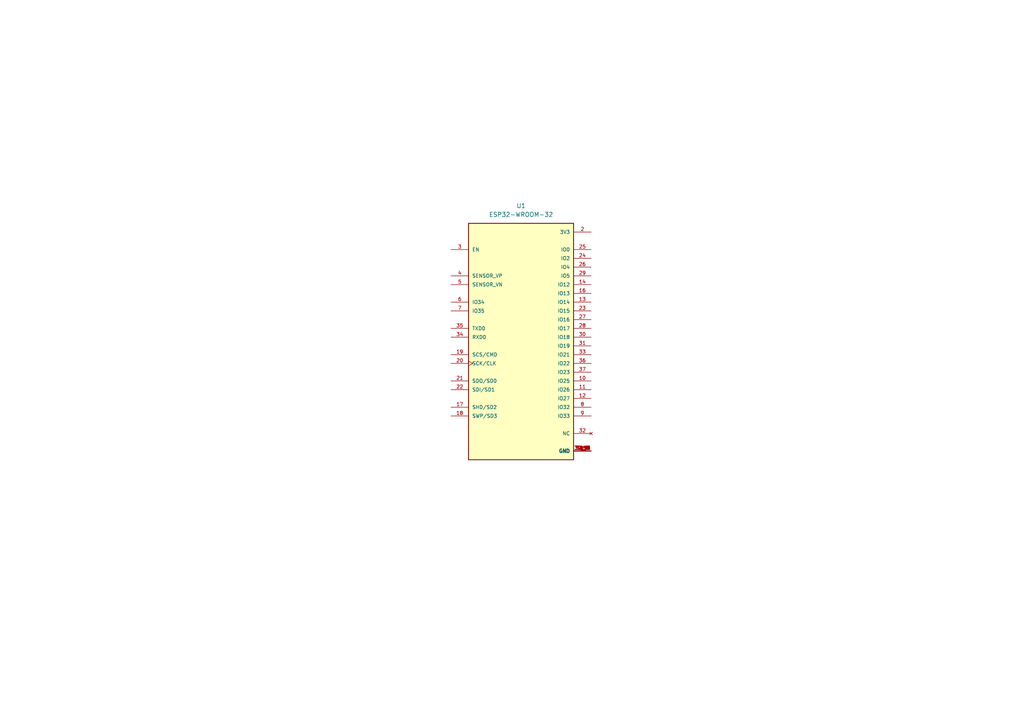
<source format=kicad_sch>
(kicad_sch (version 20230121) (generator eeschema)
  (paper "A4")
  (lib_symbols
    (symbol "ESP32-WROOM-32:ESP32-WROOM-32" (pin_names (offset 1.016))
      (property "Reference" "U" (at -15.0359 36.6745 0))
      (property "Value" "ESP32-WROOM-32" (at -15.2867 -35.6681 0))
      (symbol "ESP32-WROOM-32_0_0"
        (rectangle (start -15.24 -33.02) (end 15.24 35.56) (stroke (width 0.254)) (fill (type background)))
        (pin power_in line (at 20.32 -30.48 180) (length 5.08) (name "GND") (number "1"))
        (pin bidirectional line (at 20.32 -10.16 180) (length 5.08) (name "IO25") (number "10"))
        (pin bidirectional line (at 20.32 -12.7 180) (length 5.08) (name "IO26") (number "11"))
        (pin bidirectional line (at 20.32 -15.24 180) (length 5.08) (name "IO27") (number "12"))
        (pin bidirectional line (at 20.32 12.7 180) (length 5.08) (name "IO14") (number "13"))
        (pin bidirectional line (at 20.32 17.78 180) (length 5.08) (name "IO12") (number "14"))
        (pin power_in line (at 20.32 -30.48 180) (length 5.08) (name "GND") (number "15"))
        (pin bidirectional line (at 20.32 15.24 180) (length 5.08) (name "IO13") (number "16"))
        (pin bidirectional line (at -20.32 -17.78 0) (length 5.08) (name "SHD/SD2") (number "17"))
        (pin bidirectional line (at -20.32 -20.32 0) (length 5.08) (name "SWP/SD3") (number "18"))
        (pin bidirectional line (at -20.32 -2.54 0) (length 5.08) (name "SCS/CMD") (number "19"))
        (pin power_in line (at 20.32 33.02 180) (length 5.08) (name "3V3") (number "2"))
        (pin bidirectional clock (at -20.32 -5.08 0) (length 5.08) (name "SCK/CLK") (number "20"))
        (pin bidirectional line (at -20.32 -10.16 0) (length 5.08) (name "SDO/SD0") (number "21"))
        (pin bidirectional line (at -20.32 -12.7 0) (length 5.08) (name "SDI/SD1") (number "22"))
        (pin bidirectional line (at 20.32 10.16 180) (length 5.08) (name "IO15") (number "23"))
        (pin bidirectional line (at 20.32 25.4 180) (length 5.08) (name "IO2") (number "24"))
        (pin bidirectional line (at 20.32 27.94 180) (length 5.08) (name "IO0") (number "25"))
        (pin bidirectional line (at 20.32 22.86 180) (length 5.08) (name "IO4") (number "26"))
        (pin bidirectional line (at 20.32 7.62 180) (length 5.08) (name "IO16") (number "27"))
        (pin bidirectional line (at 20.32 5.08 180) (length 5.08) (name "IO17") (number "28"))
        (pin bidirectional line (at 20.32 20.32 180) (length 5.08) (name "IO5") (number "29"))
        (pin input line (at -20.32 27.94 0) (length 5.08) (name "EN") (number "3"))
        (pin bidirectional line (at 20.32 2.54 180) (length 5.08) (name "IO18") (number "30"))
        (pin bidirectional line (at 20.32 0 180) (length 5.08) (name "IO19") (number "31"))
        (pin no_connect line (at 20.32 -25.4 180) (length 5.08) (name "NC") (number "32"))
        (pin bidirectional line (at 20.32 -2.54 180) (length 5.08) (name "IO21") (number "33"))
        (pin bidirectional line (at -20.32 2.54 0) (length 5.08) (name "RXD0") (number "34"))
        (pin bidirectional line (at -20.32 5.08 0) (length 5.08) (name "TXD0") (number "35"))
        (pin bidirectional line (at 20.32 -5.08 180) (length 5.08) (name "IO22") (number "36"))
        (pin bidirectional line (at 20.32 -7.62 180) (length 5.08) (name "IO23") (number "37"))
        (pin power_in line (at 20.32 -30.48 180) (length 5.08) (name "GND") (number "38"))
        (pin power_in line (at 20.32 -30.48 180) (length 5.08) (name "GND") (number "39_1"))
        (pin power_in line (at 20.32 -30.48 180) (length 5.08) (name "GND") (number "39_10"))
        (pin power_in line (at 20.32 -30.48 180) (length 5.08) (name "GND") (number "39_11"))
        (pin power_in line (at 20.32 -30.48 180) (length 5.08) (name "GND") (number "39_12"))
        (pin power_in line (at 20.32 -30.48 180) (length 5.08) (name "GND") (number "39_13"))
        (pin power_in line (at 20.32 -30.48 180) (length 5.08) (name "GND") (number "39_14"))
        (pin power_in line (at 20.32 -30.48 180) (length 5.08) (name "GND") (number "39_15"))
        (pin power_in line (at 20.32 -30.48 180) (length 5.08) (name "GND") (number "39_16"))
        (pin power_in line (at 20.32 -30.48 180) (length 5.08) (name "GND") (number "39_17"))
        (pin power_in line (at 20.32 -30.48 180) (length 5.08) (name "GND") (number "39_18"))
        (pin power_in line (at 20.32 -30.48 180) (length 5.08) (name "GND") (number "39_19"))
        (pin power_in line (at 20.32 -30.48 180) (length 5.08) (name "GND") (number "39_2"))
        (pin power_in line (at 20.32 -30.48 180) (length 5.08) (name "GND") (number "39_20"))
        (pin power_in line (at 20.32 -30.48 180) (length 5.08) (name "GND") (number "39_21"))
        (pin power_in line (at 20.32 -30.48 180) (length 5.08) (name "GND") (number "39_3"))
        (pin power_in line (at 20.32 -30.48 180) (length 5.08) (name "GND") (number "39_4"))
        (pin power_in line (at 20.32 -30.48 180) (length 5.08) (name "GND") (number "39_5"))
        (pin power_in line (at 20.32 -30.48 180) (length 5.08) (name "GND") (number "39_6"))
        (pin power_in line (at 20.32 -30.48 180) (length 5.08) (name "GND") (number "39_7"))
        (pin power_in line (at 20.32 -30.48 180) (length 5.08) (name "GND") (number "39_8"))
        (pin power_in line (at 20.32 -30.48 180) (length 5.08) (name "GND") (number "39_9"))
        (pin input line (at -20.32 20.32 0) (length 5.08) (name "SENSOR_VP") (number "4"))
        (pin input line (at -20.32 17.78 0) (length 5.08) (name "SENSOR_VN") (number "5"))
        (pin input line (at -20.32 12.7 0) (length 5.08) (name "IO34") (number "6"))
        (pin input line (at -20.32 10.16 0) (length 5.08) (name "IO35") (number "7"))
        (pin bidirectional line (at 20.32 -17.78 180) (length 5.08) (name "IO32") (number "8"))
        (pin bidirectional line (at 20.32 -20.32 180) (length 5.08) (name "IO33") (number "9"))
      )
    )
  )
  (symbol (lib_id "ESP32-WROOM-32:ESP32-WROOM-32") (at 151.13 100.33 0) (unit 1)
    (property "Reference" "U1" (at 151.13 59.69 0))
    (property "Value" "ESP32-WROOM-32" (at 151.13 62.23 0))
    (property "Footprint" "ESP32-WROOM-32:MODULE_ESP32-WROOM-32" (effects hide))
    (property "MF" "Espressif Systems" (effects hide))
    (property "MAXIMUM_PACKAGE_HEIGHT" "3.2 mm" (effects hide))
    (property "Package" "None" (effects hide))
    (property "Price" "None" (effects hide))
    (property "Check_prices" "https://www.snapeda.com/parts/ESP32-WROOM-32/Espressif+Systems/view-part/?ref=eda" (effects hide))
    (property "STANDARD" "Manufacturer Recommendations" (effects hide))
    (property "PARTREV" "2.9" (effects hide))
    (property "SnapEDA_Link" "https://www.snapeda.com/parts/ESP32-WROOM-32/Espressif+Systems/view-part/?ref=snap" (effects hide))
    (property "MP" "ESP32-WROOM-32" (effects hide))
    (property "Description" "\nBluetooth, WiFi 802.11b/g/n, Bluetooth v4.2 +EDR, Class 1, 2 and 3 Transceiver Module 2.4GHz ~ 2.5GHz Antenna Not Included, U.FL Surface Mount\n" (effects hide))
    (property "Availability" "In Stock" (effects hide))
    (property "MANUFACTURER" "Espressif Systems" (effects hide))
  )
)
</source>
